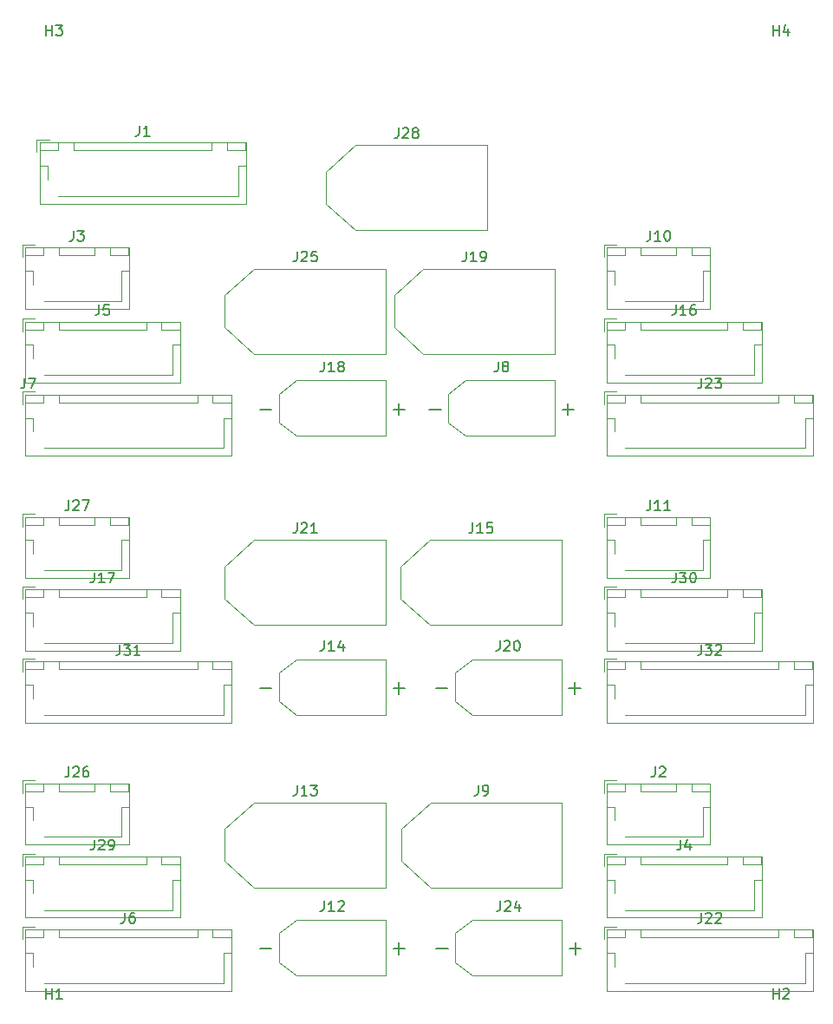
<source format=gbr>
%TF.GenerationSoftware,KiCad,Pcbnew,(5.99.0-10650-gfdcc49d3ee)*%
%TF.CreationDate,2021-06-18T14:28:24+02:00*%
%TF.ProjectId,lipo_parallel_board,6c69706f-5f70-4617-9261-6c6c656c5f62,rev?*%
%TF.SameCoordinates,Original*%
%TF.FileFunction,Legend,Top*%
%TF.FilePolarity,Positive*%
%FSLAX46Y46*%
G04 Gerber Fmt 4.6, Leading zero omitted, Abs format (unit mm)*
G04 Created by KiCad (PCBNEW (5.99.0-10650-gfdcc49d3ee)) date 2021-06-18 14:28:24*
%MOMM*%
%LPD*%
G01*
G04 APERTURE LIST*
%ADD10C,0.150000*%
%ADD11C,0.120000*%
G04 APERTURE END LIST*
D10*
%TO.C,J2*%
X156718666Y-112602380D02*
X156718666Y-113316666D01*
X156671047Y-113459523D01*
X156575809Y-113554761D01*
X156432952Y-113602380D01*
X156337714Y-113602380D01*
X157147238Y-112697619D02*
X157194857Y-112650000D01*
X157290095Y-112602380D01*
X157528190Y-112602380D01*
X157623428Y-112650000D01*
X157671047Y-112697619D01*
X157718666Y-112792857D01*
X157718666Y-112888095D01*
X157671047Y-113030952D01*
X157099619Y-113602380D01*
X157718666Y-113602380D01*
%TO.C,J3*%
X99916666Y-60299780D02*
X99916666Y-61014066D01*
X99869047Y-61156923D01*
X99773809Y-61252161D01*
X99630952Y-61299780D01*
X99535714Y-61299780D01*
X100297619Y-60299780D02*
X100916666Y-60299780D01*
X100583333Y-60680733D01*
X100726190Y-60680733D01*
X100821428Y-60728352D01*
X100869047Y-60775971D01*
X100916666Y-60871209D01*
X100916666Y-61109304D01*
X100869047Y-61204542D01*
X100821428Y-61252161D01*
X100726190Y-61299780D01*
X100440476Y-61299780D01*
X100345238Y-61252161D01*
X100297619Y-61204542D01*
%TO.C,J15*%
X138896876Y-88802380D02*
X138896876Y-89516666D01*
X138849257Y-89659523D01*
X138754019Y-89754761D01*
X138611161Y-89802380D01*
X138515923Y-89802380D01*
X139896876Y-89802380D02*
X139325447Y-89802380D01*
X139611161Y-89802380D02*
X139611161Y-88802380D01*
X139515923Y-88945238D01*
X139420685Y-89040476D01*
X139325447Y-89088095D01*
X140801638Y-88802380D02*
X140325447Y-88802380D01*
X140277828Y-89278571D01*
X140325447Y-89230952D01*
X140420685Y-89183333D01*
X140658780Y-89183333D01*
X140754019Y-89230952D01*
X140801638Y-89278571D01*
X140849257Y-89373809D01*
X140849257Y-89611904D01*
X140801638Y-89707142D01*
X140754019Y-89754761D01*
X140658780Y-89802380D01*
X140420685Y-89802380D01*
X140325447Y-89754761D01*
X140277828Y-89707142D01*
%TO.C,J25*%
X121740476Y-62327380D02*
X121740476Y-63041666D01*
X121692857Y-63184523D01*
X121597619Y-63279761D01*
X121454761Y-63327380D01*
X121359523Y-63327380D01*
X122169047Y-62422619D02*
X122216666Y-62375000D01*
X122311904Y-62327380D01*
X122550000Y-62327380D01*
X122645238Y-62375000D01*
X122692857Y-62422619D01*
X122740476Y-62517857D01*
X122740476Y-62613095D01*
X122692857Y-62755952D01*
X122121428Y-63327380D01*
X122740476Y-63327380D01*
X123645238Y-62327380D02*
X123169047Y-62327380D01*
X123121428Y-62803571D01*
X123169047Y-62755952D01*
X123264285Y-62708333D01*
X123502380Y-62708333D01*
X123597619Y-62755952D01*
X123645238Y-62803571D01*
X123692857Y-62898809D01*
X123692857Y-63136904D01*
X123645238Y-63232142D01*
X123597619Y-63279761D01*
X123502380Y-63327380D01*
X123264285Y-63327380D01*
X123169047Y-63279761D01*
X123121428Y-63232142D01*
%TO.C,J30*%
X158742476Y-93652380D02*
X158742476Y-94366666D01*
X158694857Y-94509523D01*
X158599619Y-94604761D01*
X158456761Y-94652380D01*
X158361523Y-94652380D01*
X159123428Y-93652380D02*
X159742476Y-93652380D01*
X159409142Y-94033333D01*
X159552000Y-94033333D01*
X159647238Y-94080952D01*
X159694857Y-94128571D01*
X159742476Y-94223809D01*
X159742476Y-94461904D01*
X159694857Y-94557142D01*
X159647238Y-94604761D01*
X159552000Y-94652380D01*
X159266285Y-94652380D01*
X159171047Y-94604761D01*
X159123428Y-94557142D01*
X160361523Y-93652380D02*
X160456761Y-93652380D01*
X160552000Y-93700000D01*
X160599619Y-93747619D01*
X160647238Y-93842857D01*
X160694857Y-94033333D01*
X160694857Y-94271428D01*
X160647238Y-94461904D01*
X160599619Y-94557142D01*
X160552000Y-94604761D01*
X160456761Y-94652380D01*
X160361523Y-94652380D01*
X160266285Y-94604761D01*
X160218666Y-94557142D01*
X160171047Y-94461904D01*
X160123428Y-94271428D01*
X160123428Y-94033333D01*
X160171047Y-93842857D01*
X160218666Y-93747619D01*
X160266285Y-93700000D01*
X160361523Y-93652380D01*
%TO.C,J22*%
X161242476Y-126852380D02*
X161242476Y-127566666D01*
X161194857Y-127709523D01*
X161099619Y-127804761D01*
X160956761Y-127852380D01*
X160861523Y-127852380D01*
X161671047Y-126947619D02*
X161718666Y-126900000D01*
X161813904Y-126852380D01*
X162052000Y-126852380D01*
X162147238Y-126900000D01*
X162194857Y-126947619D01*
X162242476Y-127042857D01*
X162242476Y-127138095D01*
X162194857Y-127280952D01*
X161623428Y-127852380D01*
X162242476Y-127852380D01*
X162623428Y-126947619D02*
X162671047Y-126900000D01*
X162766285Y-126852380D01*
X163004380Y-126852380D01*
X163099619Y-126900000D01*
X163147238Y-126947619D01*
X163194857Y-127042857D01*
X163194857Y-127138095D01*
X163147238Y-127280952D01*
X162575809Y-127852380D01*
X163194857Y-127852380D01*
%TO.C,J31*%
X104440476Y-100702380D02*
X104440476Y-101416666D01*
X104392857Y-101559523D01*
X104297619Y-101654761D01*
X104154761Y-101702380D01*
X104059523Y-101702380D01*
X104821428Y-100702380D02*
X105440476Y-100702380D01*
X105107142Y-101083333D01*
X105250000Y-101083333D01*
X105345238Y-101130952D01*
X105392857Y-101178571D01*
X105440476Y-101273809D01*
X105440476Y-101511904D01*
X105392857Y-101607142D01*
X105345238Y-101654761D01*
X105250000Y-101702380D01*
X104964285Y-101702380D01*
X104869047Y-101654761D01*
X104821428Y-101607142D01*
X106392857Y-101702380D02*
X105821428Y-101702380D01*
X106107142Y-101702380D02*
X106107142Y-100702380D01*
X106011904Y-100845238D01*
X105916666Y-100940476D01*
X105821428Y-100988095D01*
%TO.C,J8*%
X141386466Y-73077380D02*
X141386466Y-73791666D01*
X141338847Y-73934523D01*
X141243609Y-74029761D01*
X141100752Y-74077380D01*
X141005514Y-74077380D01*
X142005514Y-73505952D02*
X141910276Y-73458333D01*
X141862657Y-73410714D01*
X141815038Y-73315476D01*
X141815038Y-73267857D01*
X141862657Y-73172619D01*
X141910276Y-73125000D01*
X142005514Y-73077380D01*
X142195990Y-73077380D01*
X142291228Y-73125000D01*
X142338847Y-73172619D01*
X142386466Y-73267857D01*
X142386466Y-73315476D01*
X142338847Y-73410714D01*
X142291228Y-73458333D01*
X142195990Y-73505952D01*
X142005514Y-73505952D01*
X141910276Y-73553571D01*
X141862657Y-73601190D01*
X141815038Y-73696428D01*
X141815038Y-73886904D01*
X141862657Y-73982142D01*
X141910276Y-74029761D01*
X142005514Y-74077380D01*
X142195990Y-74077380D01*
X142291228Y-74029761D01*
X142338847Y-73982142D01*
X142386466Y-73886904D01*
X142386466Y-73696428D01*
X142338847Y-73601190D01*
X142291228Y-73553571D01*
X142195990Y-73505952D01*
X134648371Y-77732142D02*
X135791228Y-77732142D01*
X147648371Y-77732142D02*
X148791228Y-77732142D01*
X148219800Y-78303571D02*
X148219800Y-77160714D01*
%TO.C,J26*%
X99440476Y-112602380D02*
X99440476Y-113316666D01*
X99392857Y-113459523D01*
X99297619Y-113554761D01*
X99154761Y-113602380D01*
X99059523Y-113602380D01*
X99869047Y-112697619D02*
X99916666Y-112650000D01*
X100011904Y-112602380D01*
X100250000Y-112602380D01*
X100345238Y-112650000D01*
X100392857Y-112697619D01*
X100440476Y-112792857D01*
X100440476Y-112888095D01*
X100392857Y-113030952D01*
X99821428Y-113602380D01*
X100440476Y-113602380D01*
X101297619Y-112602380D02*
X101107142Y-112602380D01*
X101011904Y-112650000D01*
X100964285Y-112697619D01*
X100869047Y-112840476D01*
X100821428Y-113030952D01*
X100821428Y-113411904D01*
X100869047Y-113507142D01*
X100916666Y-113554761D01*
X101011904Y-113602380D01*
X101202380Y-113602380D01*
X101297619Y-113554761D01*
X101345238Y-113507142D01*
X101392857Y-113411904D01*
X101392857Y-113173809D01*
X101345238Y-113078571D01*
X101297619Y-113030952D01*
X101202380Y-112983333D01*
X101011904Y-112983333D01*
X100916666Y-113030952D01*
X100869047Y-113078571D01*
X100821428Y-113173809D01*
%TO.C,H1*%
X97238095Y-135252380D02*
X97238095Y-134252380D01*
X97238095Y-134728571D02*
X97809523Y-134728571D01*
X97809523Y-135252380D02*
X97809523Y-134252380D01*
X98809523Y-135252380D02*
X98238095Y-135252380D01*
X98523809Y-135252380D02*
X98523809Y-134252380D01*
X98428571Y-134395238D01*
X98333333Y-134490476D01*
X98238095Y-134538095D01*
%TO.C,J9*%
X139437466Y-114402380D02*
X139437466Y-115116666D01*
X139389847Y-115259523D01*
X139294609Y-115354761D01*
X139151752Y-115402380D01*
X139056514Y-115402380D01*
X139961276Y-115402380D02*
X140151752Y-115402380D01*
X140246990Y-115354761D01*
X140294609Y-115307142D01*
X140389847Y-115164285D01*
X140437466Y-114973809D01*
X140437466Y-114592857D01*
X140389847Y-114497619D01*
X140342228Y-114450000D01*
X140246990Y-114402380D01*
X140056514Y-114402380D01*
X139961276Y-114450000D01*
X139913657Y-114497619D01*
X139866038Y-114592857D01*
X139866038Y-114830952D01*
X139913657Y-114926190D01*
X139961276Y-114973809D01*
X140056514Y-115021428D01*
X140246990Y-115021428D01*
X140342228Y-114973809D01*
X140389847Y-114926190D01*
X140437466Y-114830952D01*
%TO.C,H2*%
X168238095Y-135252380D02*
X168238095Y-134252380D01*
X168238095Y-134728571D02*
X168809523Y-134728571D01*
X168809523Y-135252380D02*
X168809523Y-134252380D01*
X169238095Y-134347619D02*
X169285714Y-134300000D01*
X169380952Y-134252380D01*
X169619047Y-134252380D01*
X169714285Y-134300000D01*
X169761904Y-134347619D01*
X169809523Y-134442857D01*
X169809523Y-134538095D01*
X169761904Y-134680952D01*
X169190476Y-135252380D01*
X169809523Y-135252380D01*
%TO.C,J28*%
X131640476Y-50277380D02*
X131640476Y-50991666D01*
X131592857Y-51134523D01*
X131497619Y-51229761D01*
X131354761Y-51277380D01*
X131259523Y-51277380D01*
X132069047Y-50372619D02*
X132116666Y-50325000D01*
X132211904Y-50277380D01*
X132450000Y-50277380D01*
X132545238Y-50325000D01*
X132592857Y-50372619D01*
X132640476Y-50467857D01*
X132640476Y-50563095D01*
X132592857Y-50705952D01*
X132021428Y-51277380D01*
X132640476Y-51277380D01*
X133211904Y-50705952D02*
X133116666Y-50658333D01*
X133069047Y-50610714D01*
X133021428Y-50515476D01*
X133021428Y-50467857D01*
X133069047Y-50372619D01*
X133116666Y-50325000D01*
X133211904Y-50277380D01*
X133402380Y-50277380D01*
X133497619Y-50325000D01*
X133545238Y-50372619D01*
X133592857Y-50467857D01*
X133592857Y-50515476D01*
X133545238Y-50610714D01*
X133497619Y-50658333D01*
X133402380Y-50705952D01*
X133211904Y-50705952D01*
X133116666Y-50753571D01*
X133069047Y-50801190D01*
X133021428Y-50896428D01*
X133021428Y-51086904D01*
X133069047Y-51182142D01*
X133116666Y-51229761D01*
X133211904Y-51277380D01*
X133402380Y-51277380D01*
X133497619Y-51229761D01*
X133545238Y-51182142D01*
X133592857Y-51086904D01*
X133592857Y-50896428D01*
X133545238Y-50801190D01*
X133497619Y-50753571D01*
X133402380Y-50705952D01*
%TO.C,J19*%
X138260276Y-62327380D02*
X138260276Y-63041666D01*
X138212657Y-63184523D01*
X138117419Y-63279761D01*
X137974561Y-63327380D01*
X137879323Y-63327380D01*
X139260276Y-63327380D02*
X138688847Y-63327380D01*
X138974561Y-63327380D02*
X138974561Y-62327380D01*
X138879323Y-62470238D01*
X138784085Y-62565476D01*
X138688847Y-62613095D01*
X139736466Y-63327380D02*
X139926942Y-63327380D01*
X140022180Y-63279761D01*
X140069800Y-63232142D01*
X140165038Y-63089285D01*
X140212657Y-62898809D01*
X140212657Y-62517857D01*
X140165038Y-62422619D01*
X140117419Y-62375000D01*
X140022180Y-62327380D01*
X139831704Y-62327380D01*
X139736466Y-62375000D01*
X139688847Y-62422619D01*
X139641228Y-62517857D01*
X139641228Y-62755952D01*
X139688847Y-62851190D01*
X139736466Y-62898809D01*
X139831704Y-62946428D01*
X140022180Y-62946428D01*
X140117419Y-62898809D01*
X140165038Y-62851190D01*
X140212657Y-62755952D01*
%TO.C,J27*%
X99440476Y-86602380D02*
X99440476Y-87316666D01*
X99392857Y-87459523D01*
X99297619Y-87554761D01*
X99154761Y-87602380D01*
X99059523Y-87602380D01*
X99869047Y-86697619D02*
X99916666Y-86650000D01*
X100011904Y-86602380D01*
X100250000Y-86602380D01*
X100345238Y-86650000D01*
X100392857Y-86697619D01*
X100440476Y-86792857D01*
X100440476Y-86888095D01*
X100392857Y-87030952D01*
X99821428Y-87602380D01*
X100440476Y-87602380D01*
X100773809Y-86602380D02*
X101440476Y-86602380D01*
X101011904Y-87602380D01*
%TO.C,J18*%
X124390476Y-73077380D02*
X124390476Y-73791666D01*
X124342857Y-73934523D01*
X124247619Y-74029761D01*
X124104761Y-74077380D01*
X124009523Y-74077380D01*
X125390476Y-74077380D02*
X124819047Y-74077380D01*
X125104761Y-74077380D02*
X125104761Y-73077380D01*
X125009523Y-73220238D01*
X124914285Y-73315476D01*
X124819047Y-73363095D01*
X125961904Y-73505952D02*
X125866666Y-73458333D01*
X125819047Y-73410714D01*
X125771428Y-73315476D01*
X125771428Y-73267857D01*
X125819047Y-73172619D01*
X125866666Y-73125000D01*
X125961904Y-73077380D01*
X126152380Y-73077380D01*
X126247619Y-73125000D01*
X126295238Y-73172619D01*
X126342857Y-73267857D01*
X126342857Y-73315476D01*
X126295238Y-73410714D01*
X126247619Y-73458333D01*
X126152380Y-73505952D01*
X125961904Y-73505952D01*
X125866666Y-73553571D01*
X125819047Y-73601190D01*
X125771428Y-73696428D01*
X125771428Y-73886904D01*
X125819047Y-73982142D01*
X125866666Y-74029761D01*
X125961904Y-74077380D01*
X126152380Y-74077380D01*
X126247619Y-74029761D01*
X126295238Y-73982142D01*
X126342857Y-73886904D01*
X126342857Y-73696428D01*
X126295238Y-73601190D01*
X126247619Y-73553571D01*
X126152380Y-73505952D01*
X131128571Y-77732142D02*
X132271428Y-77732142D01*
X131700000Y-78303571D02*
X131700000Y-77160714D01*
X118128571Y-77732142D02*
X119271428Y-77732142D01*
%TO.C,J23*%
X161242476Y-74676180D02*
X161242476Y-75390466D01*
X161194857Y-75533323D01*
X161099619Y-75628561D01*
X160956761Y-75676180D01*
X160861523Y-75676180D01*
X161671047Y-74771419D02*
X161718666Y-74723800D01*
X161813904Y-74676180D01*
X162052000Y-74676180D01*
X162147238Y-74723800D01*
X162194857Y-74771419D01*
X162242476Y-74866657D01*
X162242476Y-74961895D01*
X162194857Y-75104752D01*
X161623428Y-75676180D01*
X162242476Y-75676180D01*
X162575809Y-74676180D02*
X163194857Y-74676180D01*
X162861523Y-75057133D01*
X163004380Y-75057133D01*
X163099619Y-75104752D01*
X163147238Y-75152371D01*
X163194857Y-75247609D01*
X163194857Y-75485704D01*
X163147238Y-75580942D01*
X163099619Y-75628561D01*
X163004380Y-75676180D01*
X162718666Y-75676180D01*
X162623428Y-75628561D01*
X162575809Y-75580942D01*
%TO.C,J16*%
X158742476Y-67538780D02*
X158742476Y-68253066D01*
X158694857Y-68395923D01*
X158599619Y-68491161D01*
X158456761Y-68538780D01*
X158361523Y-68538780D01*
X159742476Y-68538780D02*
X159171047Y-68538780D01*
X159456761Y-68538780D02*
X159456761Y-67538780D01*
X159361523Y-67681638D01*
X159266285Y-67776876D01*
X159171047Y-67824495D01*
X160599619Y-67538780D02*
X160409142Y-67538780D01*
X160313904Y-67586400D01*
X160266285Y-67634019D01*
X160171047Y-67776876D01*
X160123428Y-67967352D01*
X160123428Y-68348304D01*
X160171047Y-68443542D01*
X160218666Y-68491161D01*
X160313904Y-68538780D01*
X160504380Y-68538780D01*
X160599619Y-68491161D01*
X160647238Y-68443542D01*
X160694857Y-68348304D01*
X160694857Y-68110209D01*
X160647238Y-68014971D01*
X160599619Y-67967352D01*
X160504380Y-67919733D01*
X160313904Y-67919733D01*
X160218666Y-67967352D01*
X160171047Y-68014971D01*
X160123428Y-68110209D01*
%TO.C,H3*%
X97238095Y-41252380D02*
X97238095Y-40252380D01*
X97238095Y-40728571D02*
X97809523Y-40728571D01*
X97809523Y-41252380D02*
X97809523Y-40252380D01*
X98190476Y-40252380D02*
X98809523Y-40252380D01*
X98476190Y-40633333D01*
X98619047Y-40633333D01*
X98714285Y-40680952D01*
X98761904Y-40728571D01*
X98809523Y-40823809D01*
X98809523Y-41061904D01*
X98761904Y-41157142D01*
X98714285Y-41204761D01*
X98619047Y-41252380D01*
X98333333Y-41252380D01*
X98238095Y-41204761D01*
X98190476Y-41157142D01*
%TO.C,J4*%
X159218666Y-119727380D02*
X159218666Y-120441666D01*
X159171047Y-120584523D01*
X159075809Y-120679761D01*
X158932952Y-120727380D01*
X158837714Y-120727380D01*
X160123428Y-120060714D02*
X160123428Y-120727380D01*
X159885333Y-119679761D02*
X159647238Y-120394047D01*
X160266285Y-120394047D01*
%TO.C,J32*%
X161242476Y-100702380D02*
X161242476Y-101416666D01*
X161194857Y-101559523D01*
X161099619Y-101654761D01*
X160956761Y-101702380D01*
X160861523Y-101702380D01*
X161623428Y-100702380D02*
X162242476Y-100702380D01*
X161909142Y-101083333D01*
X162052000Y-101083333D01*
X162147238Y-101130952D01*
X162194857Y-101178571D01*
X162242476Y-101273809D01*
X162242476Y-101511904D01*
X162194857Y-101607142D01*
X162147238Y-101654761D01*
X162052000Y-101702380D01*
X161766285Y-101702380D01*
X161671047Y-101654761D01*
X161623428Y-101607142D01*
X162623428Y-100797619D02*
X162671047Y-100750000D01*
X162766285Y-100702380D01*
X163004380Y-100702380D01*
X163099619Y-100750000D01*
X163147238Y-100797619D01*
X163194857Y-100892857D01*
X163194857Y-100988095D01*
X163147238Y-101130952D01*
X162575809Y-101702380D01*
X163194857Y-101702380D01*
%TO.C,J21*%
X121740476Y-88802380D02*
X121740476Y-89516666D01*
X121692857Y-89659523D01*
X121597619Y-89754761D01*
X121454761Y-89802380D01*
X121359523Y-89802380D01*
X122169047Y-88897619D02*
X122216666Y-88850000D01*
X122311904Y-88802380D01*
X122550000Y-88802380D01*
X122645238Y-88850000D01*
X122692857Y-88897619D01*
X122740476Y-88992857D01*
X122740476Y-89088095D01*
X122692857Y-89230952D01*
X122121428Y-89802380D01*
X122740476Y-89802380D01*
X123692857Y-89802380D02*
X123121428Y-89802380D01*
X123407142Y-89802380D02*
X123407142Y-88802380D01*
X123311904Y-88945238D01*
X123216666Y-89040476D01*
X123121428Y-89088095D01*
%TO.C,H4*%
X168238095Y-41252380D02*
X168238095Y-40252380D01*
X168238095Y-40728571D02*
X168809523Y-40728571D01*
X168809523Y-41252380D02*
X168809523Y-40252380D01*
X169714285Y-40585714D02*
X169714285Y-41252380D01*
X169476190Y-40204761D02*
X169238095Y-40919047D01*
X169857142Y-40919047D01*
%TO.C,J1*%
X106341666Y-50052380D02*
X106341666Y-50766666D01*
X106294047Y-50909523D01*
X106198809Y-51004761D01*
X106055952Y-51052380D01*
X105960714Y-51052380D01*
X107341666Y-51052380D02*
X106770238Y-51052380D01*
X107055952Y-51052380D02*
X107055952Y-50052380D01*
X106960714Y-50195238D01*
X106865476Y-50290476D01*
X106770238Y-50338095D01*
%TO.C,J13*%
X121740476Y-114402380D02*
X121740476Y-115116666D01*
X121692857Y-115259523D01*
X121597619Y-115354761D01*
X121454761Y-115402380D01*
X121359523Y-115402380D01*
X122740476Y-115402380D02*
X122169047Y-115402380D01*
X122454761Y-115402380D02*
X122454761Y-114402380D01*
X122359523Y-114545238D01*
X122264285Y-114640476D01*
X122169047Y-114688095D01*
X123073809Y-114402380D02*
X123692857Y-114402380D01*
X123359523Y-114783333D01*
X123502380Y-114783333D01*
X123597619Y-114830952D01*
X123645238Y-114878571D01*
X123692857Y-114973809D01*
X123692857Y-115211904D01*
X123645238Y-115307142D01*
X123597619Y-115354761D01*
X123502380Y-115402380D01*
X123216666Y-115402380D01*
X123121428Y-115354761D01*
X123073809Y-115307142D01*
%TO.C,J20*%
X141546876Y-100295980D02*
X141546876Y-101010266D01*
X141499257Y-101153123D01*
X141404019Y-101248361D01*
X141261161Y-101295980D01*
X141165923Y-101295980D01*
X141975447Y-100391219D02*
X142023066Y-100343600D01*
X142118304Y-100295980D01*
X142356400Y-100295980D01*
X142451638Y-100343600D01*
X142499257Y-100391219D01*
X142546876Y-100486457D01*
X142546876Y-100581695D01*
X142499257Y-100724552D01*
X141927828Y-101295980D01*
X142546876Y-101295980D01*
X143165923Y-100295980D02*
X143261161Y-100295980D01*
X143356400Y-100343600D01*
X143404019Y-100391219D01*
X143451638Y-100486457D01*
X143499257Y-100676933D01*
X143499257Y-100915028D01*
X143451638Y-101105504D01*
X143404019Y-101200742D01*
X143356400Y-101248361D01*
X143261161Y-101295980D01*
X143165923Y-101295980D01*
X143070685Y-101248361D01*
X143023066Y-101200742D01*
X142975447Y-101105504D01*
X142927828Y-100915028D01*
X142927828Y-100676933D01*
X142975447Y-100486457D01*
X143023066Y-100391219D01*
X143070685Y-100343600D01*
X143165923Y-100295980D01*
X148284971Y-104950742D02*
X149427828Y-104950742D01*
X148856400Y-105522171D02*
X148856400Y-104379314D01*
X135284971Y-104950742D02*
X136427828Y-104950742D01*
%TO.C,J12*%
X124390476Y-125702380D02*
X124390476Y-126416666D01*
X124342857Y-126559523D01*
X124247619Y-126654761D01*
X124104761Y-126702380D01*
X124009523Y-126702380D01*
X125390476Y-126702380D02*
X124819047Y-126702380D01*
X125104761Y-126702380D02*
X125104761Y-125702380D01*
X125009523Y-125845238D01*
X124914285Y-125940476D01*
X124819047Y-125988095D01*
X125771428Y-125797619D02*
X125819047Y-125750000D01*
X125914285Y-125702380D01*
X126152380Y-125702380D01*
X126247619Y-125750000D01*
X126295238Y-125797619D01*
X126342857Y-125892857D01*
X126342857Y-125988095D01*
X126295238Y-126130952D01*
X125723809Y-126702380D01*
X126342857Y-126702380D01*
X118128571Y-130357142D02*
X119271428Y-130357142D01*
X131128571Y-130357142D02*
X132271428Y-130357142D01*
X131700000Y-130928571D02*
X131700000Y-129785714D01*
%TO.C,J29*%
X101940476Y-119727380D02*
X101940476Y-120441666D01*
X101892857Y-120584523D01*
X101797619Y-120679761D01*
X101654761Y-120727380D01*
X101559523Y-120727380D01*
X102369047Y-119822619D02*
X102416666Y-119775000D01*
X102511904Y-119727380D01*
X102750000Y-119727380D01*
X102845238Y-119775000D01*
X102892857Y-119822619D01*
X102940476Y-119917857D01*
X102940476Y-120013095D01*
X102892857Y-120155952D01*
X102321428Y-120727380D01*
X102940476Y-120727380D01*
X103416666Y-120727380D02*
X103607142Y-120727380D01*
X103702380Y-120679761D01*
X103750000Y-120632142D01*
X103845238Y-120489285D01*
X103892857Y-120298809D01*
X103892857Y-119917857D01*
X103845238Y-119822619D01*
X103797619Y-119775000D01*
X103702380Y-119727380D01*
X103511904Y-119727380D01*
X103416666Y-119775000D01*
X103369047Y-119822619D01*
X103321428Y-119917857D01*
X103321428Y-120155952D01*
X103369047Y-120251190D01*
X103416666Y-120298809D01*
X103511904Y-120346428D01*
X103702380Y-120346428D01*
X103797619Y-120298809D01*
X103845238Y-120251190D01*
X103892857Y-120155952D01*
%TO.C,J14*%
X124390476Y-100295980D02*
X124390476Y-101010266D01*
X124342857Y-101153123D01*
X124247619Y-101248361D01*
X124104761Y-101295980D01*
X124009523Y-101295980D01*
X125390476Y-101295980D02*
X124819047Y-101295980D01*
X125104761Y-101295980D02*
X125104761Y-100295980D01*
X125009523Y-100438838D01*
X124914285Y-100534076D01*
X124819047Y-100581695D01*
X126247619Y-100629314D02*
X126247619Y-101295980D01*
X126009523Y-100248361D02*
X125771428Y-100962647D01*
X126390476Y-100962647D01*
X131128571Y-104950742D02*
X132271428Y-104950742D01*
X131700000Y-105522171D02*
X131700000Y-104379314D01*
X118128571Y-104950742D02*
X119271428Y-104950742D01*
%TO.C,J17*%
X101940476Y-93652380D02*
X101940476Y-94366666D01*
X101892857Y-94509523D01*
X101797619Y-94604761D01*
X101654761Y-94652380D01*
X101559523Y-94652380D01*
X102940476Y-94652380D02*
X102369047Y-94652380D01*
X102654761Y-94652380D02*
X102654761Y-93652380D01*
X102559523Y-93795238D01*
X102464285Y-93890476D01*
X102369047Y-93938095D01*
X103273809Y-93652380D02*
X103940476Y-93652380D01*
X103511904Y-94652380D01*
%TO.C,J6*%
X104916666Y-126852380D02*
X104916666Y-127566666D01*
X104869047Y-127709523D01*
X104773809Y-127804761D01*
X104630952Y-127852380D01*
X104535714Y-127852380D01*
X105821428Y-126852380D02*
X105630952Y-126852380D01*
X105535714Y-126900000D01*
X105488095Y-126947619D01*
X105392857Y-127090476D01*
X105345238Y-127280952D01*
X105345238Y-127661904D01*
X105392857Y-127757142D01*
X105440476Y-127804761D01*
X105535714Y-127852380D01*
X105726190Y-127852380D01*
X105821428Y-127804761D01*
X105869047Y-127757142D01*
X105916666Y-127661904D01*
X105916666Y-127423809D01*
X105869047Y-127328571D01*
X105821428Y-127280952D01*
X105726190Y-127233333D01*
X105535714Y-127233333D01*
X105440476Y-127280952D01*
X105392857Y-127328571D01*
X105345238Y-127423809D01*
%TO.C,J7*%
X95123809Y-74676180D02*
X95123809Y-75390466D01*
X95076190Y-75533323D01*
X94980952Y-75628561D01*
X94838095Y-75676180D01*
X94742857Y-75676180D01*
X95504762Y-74676180D02*
X96171428Y-74676180D01*
X95742857Y-75676180D01*
%TO.C,J5*%
X102416666Y-67538780D02*
X102416666Y-68253066D01*
X102369047Y-68395923D01*
X102273809Y-68491161D01*
X102130952Y-68538780D01*
X102035714Y-68538780D01*
X103369047Y-67538780D02*
X102892857Y-67538780D01*
X102845238Y-68014971D01*
X102892857Y-67967352D01*
X102988095Y-67919733D01*
X103226190Y-67919733D01*
X103321428Y-67967352D01*
X103369047Y-68014971D01*
X103416666Y-68110209D01*
X103416666Y-68348304D01*
X103369047Y-68443542D01*
X103321428Y-68491161D01*
X103226190Y-68538780D01*
X102988095Y-68538780D01*
X102892857Y-68491161D01*
X102845238Y-68443542D01*
%TO.C,J24*%
X141611276Y-125702380D02*
X141611276Y-126416666D01*
X141563657Y-126559523D01*
X141468419Y-126654761D01*
X141325561Y-126702380D01*
X141230323Y-126702380D01*
X142039847Y-125797619D02*
X142087466Y-125750000D01*
X142182704Y-125702380D01*
X142420800Y-125702380D01*
X142516038Y-125750000D01*
X142563657Y-125797619D01*
X142611276Y-125892857D01*
X142611276Y-125988095D01*
X142563657Y-126130952D01*
X141992228Y-126702380D01*
X142611276Y-126702380D01*
X143468419Y-126035714D02*
X143468419Y-126702380D01*
X143230323Y-125654761D02*
X142992228Y-126369047D01*
X143611276Y-126369047D01*
X135349371Y-130357142D02*
X136492228Y-130357142D01*
X148349371Y-130357142D02*
X149492228Y-130357142D01*
X148920800Y-130928571D02*
X148920800Y-129785714D01*
%TO.C,J10*%
X156242476Y-60299780D02*
X156242476Y-61014066D01*
X156194857Y-61156923D01*
X156099619Y-61252161D01*
X155956761Y-61299780D01*
X155861523Y-61299780D01*
X157242476Y-61299780D02*
X156671047Y-61299780D01*
X156956761Y-61299780D02*
X156956761Y-60299780D01*
X156861523Y-60442638D01*
X156766285Y-60537876D01*
X156671047Y-60585495D01*
X157861523Y-60299780D02*
X157956761Y-60299780D01*
X158052000Y-60347400D01*
X158099619Y-60395019D01*
X158147238Y-60490257D01*
X158194857Y-60680733D01*
X158194857Y-60918828D01*
X158147238Y-61109304D01*
X158099619Y-61204542D01*
X158052000Y-61252161D01*
X157956761Y-61299780D01*
X157861523Y-61299780D01*
X157766285Y-61252161D01*
X157718666Y-61204542D01*
X157671047Y-61109304D01*
X157623428Y-60918828D01*
X157623428Y-60680733D01*
X157671047Y-60490257D01*
X157718666Y-60395019D01*
X157766285Y-60347400D01*
X157861523Y-60299780D01*
%TO.C,J11*%
X156242476Y-86602380D02*
X156242476Y-87316666D01*
X156194857Y-87459523D01*
X156099619Y-87554761D01*
X155956761Y-87602380D01*
X155861523Y-87602380D01*
X157242476Y-87602380D02*
X156671047Y-87602380D01*
X156956761Y-87602380D02*
X156956761Y-86602380D01*
X156861523Y-86745238D01*
X156766285Y-86840476D01*
X156671047Y-86888095D01*
X158194857Y-87602380D02*
X157623428Y-87602380D01*
X157909142Y-87602380D02*
X157909142Y-86602380D01*
X157813904Y-86745238D01*
X157718666Y-86840476D01*
X157623428Y-86888095D01*
D11*
%TO.C,J2*%
X155302000Y-114250000D02*
X155302000Y-115000000D01*
X151992000Y-114240000D02*
X151992000Y-120210000D01*
X152002000Y-115000000D02*
X153802000Y-115000000D01*
X152952000Y-113950000D02*
X151702000Y-113950000D01*
X155302000Y-115000000D02*
X158802000Y-115000000D01*
X162102000Y-116500000D02*
X161352000Y-116500000D01*
X152002000Y-114250000D02*
X152002000Y-115000000D01*
X161352000Y-119450000D02*
X157052000Y-119450000D01*
X162112000Y-120210000D02*
X162112000Y-114240000D01*
X152752000Y-116500000D02*
X152752000Y-117840000D01*
X162102000Y-114250000D02*
X160302000Y-114250000D01*
X162112000Y-114240000D02*
X151992000Y-114240000D01*
X160302000Y-115000000D02*
X162102000Y-115000000D01*
X153802000Y-114250000D02*
X152002000Y-114250000D01*
X157052000Y-119450000D02*
X153812000Y-119450000D01*
X161352000Y-116500000D02*
X161352000Y-119450000D01*
X151702000Y-113950000D02*
X151702000Y-115200000D01*
X160302000Y-114250000D02*
X160302000Y-115000000D01*
X158802000Y-115000000D02*
X158802000Y-114250000D01*
X152002000Y-116500000D02*
X152752000Y-116500000D01*
X158802000Y-114250000D02*
X155302000Y-114250000D01*
X153802000Y-115000000D02*
X153802000Y-114250000D01*
X162102000Y-115000000D02*
X162102000Y-114250000D01*
X151992000Y-120210000D02*
X162112000Y-120210000D01*
%TO.C,J3*%
X96150000Y-61647400D02*
X94900000Y-61647400D01*
X95950000Y-64197400D02*
X95950000Y-65537400D01*
X95200000Y-61947400D02*
X95200000Y-62697400D01*
X105300000Y-64197400D02*
X104550000Y-64197400D01*
X97000000Y-61947400D02*
X95200000Y-61947400D01*
X105300000Y-61947400D02*
X103500000Y-61947400D01*
X95200000Y-64197400D02*
X95950000Y-64197400D01*
X104550000Y-67147400D02*
X100250000Y-67147400D01*
X102000000Y-61947400D02*
X98500000Y-61947400D01*
X105310000Y-61937400D02*
X95190000Y-61937400D01*
X95190000Y-61937400D02*
X95190000Y-67907400D01*
X94900000Y-61647400D02*
X94900000Y-62897400D01*
X105310000Y-67907400D02*
X105310000Y-61937400D01*
X102000000Y-62697400D02*
X102000000Y-61947400D01*
X103500000Y-61947400D02*
X103500000Y-62697400D01*
X95200000Y-62697400D02*
X97000000Y-62697400D01*
X100250000Y-67147400D02*
X97010000Y-67147400D01*
X97000000Y-62697400D02*
X97000000Y-61947400D01*
X95190000Y-67907400D02*
X105310000Y-67907400D01*
X103500000Y-62697400D02*
X105300000Y-62697400D01*
X104550000Y-64197400D02*
X104550000Y-67147400D01*
X98500000Y-62697400D02*
X102000000Y-62697400D01*
X98500000Y-61947400D02*
X98500000Y-62697400D01*
X105300000Y-62697400D02*
X105300000Y-61947400D01*
%TO.C,J15*%
X147556400Y-98800000D02*
X147556400Y-90500000D01*
X131856400Y-96200000D02*
X134706400Y-98800000D01*
X134706400Y-98800000D02*
X147556400Y-98800000D01*
X147556400Y-90500000D02*
X134706400Y-90500000D01*
X134706400Y-90500000D02*
X131856400Y-93050000D01*
X131856400Y-93050000D02*
X131856400Y-96200000D01*
%TO.C,J25*%
X130400000Y-72325000D02*
X130400000Y-64025000D01*
X130400000Y-64025000D02*
X117550000Y-64025000D01*
X114700000Y-66575000D02*
X114700000Y-69725000D01*
X114700000Y-69725000D02*
X117550000Y-72325000D01*
X117550000Y-64025000D02*
X114700000Y-66575000D01*
X117550000Y-72325000D02*
X130400000Y-72325000D01*
%TO.C,J30*%
X153802000Y-95300000D02*
X152002000Y-95300000D01*
X155302000Y-96050000D02*
X163802000Y-96050000D01*
X163802000Y-96050000D02*
X163802000Y-95300000D01*
X152002000Y-96050000D02*
X153802000Y-96050000D01*
X152752000Y-97550000D02*
X152752000Y-98890000D01*
X151992000Y-101260000D02*
X167112000Y-101260000D01*
X167102000Y-97550000D02*
X166352000Y-97550000D01*
X167102000Y-95300000D02*
X165302000Y-95300000D01*
X166352000Y-97550000D02*
X166352000Y-100500000D01*
X159552000Y-100500000D02*
X153812000Y-100500000D01*
X167112000Y-95290000D02*
X151992000Y-95290000D01*
X165302000Y-96050000D02*
X167102000Y-96050000D01*
X152952000Y-95000000D02*
X151702000Y-95000000D01*
X165302000Y-95300000D02*
X165302000Y-96050000D01*
X163802000Y-95300000D02*
X155302000Y-95300000D01*
X151992000Y-95290000D02*
X151992000Y-101260000D01*
X167112000Y-101260000D02*
X167112000Y-95290000D01*
X153802000Y-96050000D02*
X153802000Y-95300000D01*
X152002000Y-97550000D02*
X152752000Y-97550000D01*
X152002000Y-95300000D02*
X152002000Y-96050000D01*
X155302000Y-95300000D02*
X155302000Y-96050000D01*
X166352000Y-100500000D02*
X159552000Y-100500000D01*
X167102000Y-96050000D02*
X167102000Y-95300000D01*
X151702000Y-95000000D02*
X151702000Y-96250000D01*
%TO.C,J22*%
X172102000Y-130750000D02*
X171352000Y-130750000D01*
X170302000Y-128500000D02*
X170302000Y-129250000D01*
X171352000Y-133700000D02*
X162052000Y-133700000D01*
X171352000Y-130750000D02*
X171352000Y-133700000D01*
X172112000Y-128490000D02*
X151992000Y-128490000D01*
X151992000Y-134460000D02*
X172112000Y-134460000D01*
X152752000Y-130750000D02*
X152752000Y-132090000D01*
X172102000Y-128500000D02*
X170302000Y-128500000D01*
X152002000Y-129250000D02*
X153802000Y-129250000D01*
X151992000Y-128490000D02*
X151992000Y-134460000D01*
X168802000Y-129250000D02*
X168802000Y-128500000D01*
X152002000Y-130750000D02*
X152752000Y-130750000D01*
X162052000Y-133700000D02*
X153812000Y-133700000D01*
X152952000Y-128200000D02*
X151702000Y-128200000D01*
X168802000Y-128500000D02*
X155302000Y-128500000D01*
X153802000Y-129250000D02*
X153802000Y-128500000D01*
X172102000Y-129250000D02*
X172102000Y-128500000D01*
X152002000Y-128500000D02*
X152002000Y-129250000D01*
X155302000Y-129250000D02*
X168802000Y-129250000D01*
X153802000Y-128500000D02*
X152002000Y-128500000D01*
X172112000Y-134460000D02*
X172112000Y-128490000D01*
X170302000Y-129250000D02*
X172102000Y-129250000D01*
X155302000Y-128500000D02*
X155302000Y-129250000D01*
X151702000Y-128200000D02*
X151702000Y-129450000D01*
%TO.C,J31*%
X98500000Y-102350000D02*
X98500000Y-103100000D01*
X97000000Y-103100000D02*
X97000000Y-102350000D01*
X115300000Y-103100000D02*
X115300000Y-102350000D01*
X98500000Y-103100000D02*
X112000000Y-103100000D01*
X114550000Y-104600000D02*
X114550000Y-107550000D01*
X95950000Y-104600000D02*
X95950000Y-105940000D01*
X96150000Y-102050000D02*
X94900000Y-102050000D01*
X95190000Y-102340000D02*
X95190000Y-108310000D01*
X115310000Y-102340000D02*
X95190000Y-102340000D01*
X97000000Y-102350000D02*
X95200000Y-102350000D01*
X114550000Y-107550000D02*
X105250000Y-107550000D01*
X94900000Y-102050000D02*
X94900000Y-103300000D01*
X115300000Y-104600000D02*
X114550000Y-104600000D01*
X113500000Y-103100000D02*
X115300000Y-103100000D01*
X95190000Y-108310000D02*
X115310000Y-108310000D01*
X115300000Y-102350000D02*
X113500000Y-102350000D01*
X112000000Y-103100000D02*
X112000000Y-102350000D01*
X95200000Y-104600000D02*
X95950000Y-104600000D01*
X113500000Y-102350000D02*
X113500000Y-103100000D01*
X115310000Y-108310000D02*
X115310000Y-102340000D01*
X112000000Y-102350000D02*
X98500000Y-102350000D01*
X95200000Y-102350000D02*
X95200000Y-103100000D01*
X105250000Y-107550000D02*
X97010000Y-107550000D01*
X95200000Y-103100000D02*
X97000000Y-103100000D01*
%TO.C,J8*%
X136509800Y-79035000D02*
X138209800Y-80335000D01*
X138209800Y-74915000D02*
X146929800Y-74915000D01*
X138209800Y-80335000D02*
X146929800Y-80335000D01*
X146929800Y-74915000D02*
X146929800Y-80335000D01*
X136509800Y-76215000D02*
X138209800Y-74915000D01*
X136509800Y-76215000D02*
X136509800Y-79035000D01*
%TO.C,J26*%
X95950000Y-116500000D02*
X95950000Y-117840000D01*
X98500000Y-115000000D02*
X102000000Y-115000000D01*
X96150000Y-113950000D02*
X94900000Y-113950000D01*
X98500000Y-114250000D02*
X98500000Y-115000000D01*
X105310000Y-114240000D02*
X95190000Y-114240000D01*
X104550000Y-119450000D02*
X100250000Y-119450000D01*
X100250000Y-119450000D02*
X97010000Y-119450000D01*
X97000000Y-114250000D02*
X95200000Y-114250000D01*
X105300000Y-114250000D02*
X103500000Y-114250000D01*
X104550000Y-116500000D02*
X104550000Y-119450000D01*
X95200000Y-116500000D02*
X95950000Y-116500000D01*
X95190000Y-120210000D02*
X105310000Y-120210000D01*
X105300000Y-115000000D02*
X105300000Y-114250000D01*
X102000000Y-115000000D02*
X102000000Y-114250000D01*
X105310000Y-120210000D02*
X105310000Y-114240000D01*
X97000000Y-115000000D02*
X97000000Y-114250000D01*
X95190000Y-114240000D02*
X95190000Y-120210000D01*
X102000000Y-114250000D02*
X98500000Y-114250000D01*
X105300000Y-116500000D02*
X104550000Y-116500000D01*
X95200000Y-114250000D02*
X95200000Y-115000000D01*
X94900000Y-113950000D02*
X94900000Y-115200000D01*
X95200000Y-115000000D02*
X97000000Y-115000000D01*
X103500000Y-114250000D02*
X103500000Y-115000000D01*
X103500000Y-115000000D02*
X105300000Y-115000000D01*
%TO.C,J9*%
X147620800Y-116100000D02*
X134770800Y-116100000D01*
X134770800Y-116100000D02*
X131920800Y-118650000D01*
X134770800Y-124400000D02*
X147620800Y-124400000D01*
X131920800Y-118650000D02*
X131920800Y-121800000D01*
X131920800Y-121800000D02*
X134770800Y-124400000D01*
X147620800Y-124400000D02*
X147620800Y-116100000D01*
%TO.C,J28*%
X140300000Y-51975000D02*
X127450000Y-51975000D01*
X127450000Y-60275000D02*
X140300000Y-60275000D01*
X124600000Y-57675000D02*
X127450000Y-60275000D01*
X140300000Y-60275000D02*
X140300000Y-51975000D01*
X124600000Y-54525000D02*
X124600000Y-57675000D01*
X127450000Y-51975000D02*
X124600000Y-54525000D01*
%TO.C,J19*%
X146919800Y-64025000D02*
X134069800Y-64025000D01*
X131219800Y-66575000D02*
X131219800Y-69725000D01*
X134069800Y-72325000D02*
X146919800Y-72325000D01*
X134069800Y-64025000D02*
X131219800Y-66575000D01*
X146919800Y-72325000D02*
X146919800Y-64025000D01*
X131219800Y-69725000D02*
X134069800Y-72325000D01*
%TO.C,J27*%
X95200000Y-90500000D02*
X95950000Y-90500000D01*
X94900000Y-87950000D02*
X94900000Y-89200000D01*
X105300000Y-90500000D02*
X104550000Y-90500000D01*
X104550000Y-90500000D02*
X104550000Y-93450000D01*
X105300000Y-89000000D02*
X105300000Y-88250000D01*
X98500000Y-88250000D02*
X98500000Y-89000000D01*
X104550000Y-93450000D02*
X100250000Y-93450000D01*
X98500000Y-89000000D02*
X102000000Y-89000000D01*
X96150000Y-87950000D02*
X94900000Y-87950000D01*
X97000000Y-89000000D02*
X97000000Y-88250000D01*
X103500000Y-89000000D02*
X105300000Y-89000000D01*
X105310000Y-94210000D02*
X105310000Y-88240000D01*
X103500000Y-88250000D02*
X103500000Y-89000000D01*
X95950000Y-90500000D02*
X95950000Y-91840000D01*
X95190000Y-94210000D02*
X105310000Y-94210000D01*
X102000000Y-89000000D02*
X102000000Y-88250000D01*
X97000000Y-88250000D02*
X95200000Y-88250000D01*
X95200000Y-88250000D02*
X95200000Y-89000000D01*
X105310000Y-88240000D02*
X95190000Y-88240000D01*
X102000000Y-88250000D02*
X98500000Y-88250000D01*
X100250000Y-93450000D02*
X97010000Y-93450000D01*
X105300000Y-88250000D02*
X103500000Y-88250000D01*
X95190000Y-88240000D02*
X95190000Y-94210000D01*
X95200000Y-89000000D02*
X97000000Y-89000000D01*
%TO.C,J18*%
X121690000Y-80335000D02*
X130410000Y-80335000D01*
X119990000Y-76215000D02*
X119990000Y-79035000D01*
X119990000Y-76215000D02*
X121690000Y-74915000D01*
X119990000Y-79035000D02*
X121690000Y-80335000D01*
X121690000Y-74915000D02*
X130410000Y-74915000D01*
X130410000Y-74915000D02*
X130410000Y-80335000D01*
%TO.C,J23*%
X152002000Y-78573800D02*
X152752000Y-78573800D01*
X153802000Y-76323800D02*
X152002000Y-76323800D01*
X153802000Y-77073800D02*
X153802000Y-76323800D01*
X172102000Y-78573800D02*
X171352000Y-78573800D01*
X152752000Y-78573800D02*
X152752000Y-79913800D01*
X151992000Y-82283800D02*
X172112000Y-82283800D01*
X152002000Y-76323800D02*
X152002000Y-77073800D01*
X172112000Y-82283800D02*
X172112000Y-76313800D01*
X168802000Y-76323800D02*
X155302000Y-76323800D01*
X172102000Y-76323800D02*
X170302000Y-76323800D01*
X170302000Y-76323800D02*
X170302000Y-77073800D01*
X162052000Y-81523800D02*
X153812000Y-81523800D01*
X170302000Y-77073800D02*
X172102000Y-77073800D01*
X155302000Y-76323800D02*
X155302000Y-77073800D01*
X151702000Y-76023800D02*
X151702000Y-77273800D01*
X171352000Y-81523800D02*
X162052000Y-81523800D01*
X155302000Y-77073800D02*
X168802000Y-77073800D01*
X168802000Y-77073800D02*
X168802000Y-76323800D01*
X152002000Y-77073800D02*
X153802000Y-77073800D01*
X172112000Y-76313800D02*
X151992000Y-76313800D01*
X151992000Y-76313800D02*
X151992000Y-82283800D01*
X152952000Y-76023800D02*
X151702000Y-76023800D01*
X172102000Y-77073800D02*
X172102000Y-76323800D01*
X171352000Y-78573800D02*
X171352000Y-81523800D01*
%TO.C,J16*%
X151702000Y-68886400D02*
X151702000Y-70136400D01*
X163802000Y-69936400D02*
X163802000Y-69186400D01*
X165302000Y-69936400D02*
X167102000Y-69936400D01*
X163802000Y-69186400D02*
X155302000Y-69186400D01*
X152002000Y-69936400D02*
X153802000Y-69936400D01*
X152002000Y-69186400D02*
X152002000Y-69936400D01*
X155302000Y-69936400D02*
X163802000Y-69936400D01*
X151992000Y-69176400D02*
X151992000Y-75146400D01*
X151992000Y-75146400D02*
X167112000Y-75146400D01*
X159552000Y-74386400D02*
X153812000Y-74386400D01*
X152002000Y-71436400D02*
X152752000Y-71436400D01*
X152752000Y-71436400D02*
X152752000Y-72776400D01*
X153802000Y-69186400D02*
X152002000Y-69186400D01*
X167112000Y-69176400D02*
X151992000Y-69176400D01*
X166352000Y-71436400D02*
X166352000Y-74386400D01*
X167102000Y-69936400D02*
X167102000Y-69186400D01*
X167112000Y-75146400D02*
X167112000Y-69176400D01*
X167102000Y-71436400D02*
X166352000Y-71436400D01*
X152952000Y-68886400D02*
X151702000Y-68886400D01*
X153802000Y-69936400D02*
X153802000Y-69186400D01*
X166352000Y-74386400D02*
X159552000Y-74386400D01*
X155302000Y-69186400D02*
X155302000Y-69936400D01*
X165302000Y-69186400D02*
X165302000Y-69936400D01*
X167102000Y-69186400D02*
X165302000Y-69186400D01*
%TO.C,J4*%
X159552000Y-126575000D02*
X153812000Y-126575000D01*
X166352000Y-126575000D02*
X159552000Y-126575000D01*
X151992000Y-127335000D02*
X167112000Y-127335000D01*
X163802000Y-121375000D02*
X155302000Y-121375000D01*
X153802000Y-121375000D02*
X152002000Y-121375000D01*
X167102000Y-123625000D02*
X166352000Y-123625000D01*
X152002000Y-122125000D02*
X153802000Y-122125000D01*
X152002000Y-123625000D02*
X152752000Y-123625000D01*
X153802000Y-122125000D02*
X153802000Y-121375000D01*
X165302000Y-121375000D02*
X165302000Y-122125000D01*
X152752000Y-123625000D02*
X152752000Y-124965000D01*
X151992000Y-121365000D02*
X151992000Y-127335000D01*
X163802000Y-122125000D02*
X163802000Y-121375000D01*
X167102000Y-122125000D02*
X167102000Y-121375000D01*
X167112000Y-127335000D02*
X167112000Y-121365000D01*
X152952000Y-121075000D02*
X151702000Y-121075000D01*
X152002000Y-121375000D02*
X152002000Y-122125000D01*
X165302000Y-122125000D02*
X167102000Y-122125000D01*
X167112000Y-121365000D02*
X151992000Y-121365000D01*
X167102000Y-121375000D02*
X165302000Y-121375000D01*
X155302000Y-121375000D02*
X155302000Y-122125000D01*
X151702000Y-121075000D02*
X151702000Y-122325000D01*
X166352000Y-123625000D02*
X166352000Y-126575000D01*
X155302000Y-122125000D02*
X163802000Y-122125000D01*
%TO.C,J32*%
X172102000Y-104600000D02*
X171352000Y-104600000D01*
X171352000Y-104600000D02*
X171352000Y-107550000D01*
X171352000Y-107550000D02*
X162052000Y-107550000D01*
X152002000Y-102350000D02*
X152002000Y-103100000D01*
X151702000Y-102050000D02*
X151702000Y-103300000D01*
X168802000Y-103100000D02*
X168802000Y-102350000D01*
X153802000Y-102350000D02*
X152002000Y-102350000D01*
X151992000Y-108310000D02*
X172112000Y-108310000D01*
X155302000Y-103100000D02*
X168802000Y-103100000D01*
X172102000Y-103100000D02*
X172102000Y-102350000D01*
X170302000Y-102350000D02*
X170302000Y-103100000D01*
X152002000Y-103100000D02*
X153802000Y-103100000D01*
X155302000Y-102350000D02*
X155302000Y-103100000D01*
X162052000Y-107550000D02*
X153812000Y-107550000D01*
X152002000Y-104600000D02*
X152752000Y-104600000D01*
X168802000Y-102350000D02*
X155302000Y-102350000D01*
X172112000Y-102340000D02*
X151992000Y-102340000D01*
X172112000Y-108310000D02*
X172112000Y-102340000D01*
X152952000Y-102050000D02*
X151702000Y-102050000D01*
X151992000Y-102340000D02*
X151992000Y-108310000D01*
X170302000Y-103100000D02*
X172102000Y-103100000D01*
X152752000Y-104600000D02*
X152752000Y-105940000D01*
X153802000Y-103100000D02*
X153802000Y-102350000D01*
X172102000Y-102350000D02*
X170302000Y-102350000D01*
%TO.C,J21*%
X114700000Y-93050000D02*
X114700000Y-96200000D01*
X130400000Y-98800000D02*
X130400000Y-90500000D01*
X117550000Y-90500000D02*
X114700000Y-93050000D01*
X114700000Y-96200000D02*
X117550000Y-98800000D01*
X117550000Y-98800000D02*
X130400000Y-98800000D01*
X130400000Y-90500000D02*
X117550000Y-90500000D01*
%TO.C,J1*%
X114925000Y-52450000D02*
X116725000Y-52450000D01*
X97575000Y-51400000D02*
X96325000Y-51400000D01*
X98425000Y-52450000D02*
X98425000Y-51700000D01*
X96325000Y-51400000D02*
X96325000Y-52650000D01*
X116725000Y-53950000D02*
X115975000Y-53950000D01*
X116725000Y-51700000D02*
X114925000Y-51700000D01*
X99925000Y-52450000D02*
X113425000Y-52450000D01*
X99925000Y-51700000D02*
X99925000Y-52450000D01*
X96625000Y-51700000D02*
X96625000Y-52450000D01*
X114925000Y-51700000D02*
X114925000Y-52450000D01*
X97375000Y-53950000D02*
X97375000Y-55290000D01*
X96625000Y-52450000D02*
X98425000Y-52450000D01*
X96625000Y-53950000D02*
X97375000Y-53950000D01*
X113425000Y-52450000D02*
X113425000Y-51700000D01*
X106675000Y-56900000D02*
X98435000Y-56900000D01*
X116725000Y-52450000D02*
X116725000Y-51700000D01*
X113425000Y-51700000D02*
X99925000Y-51700000D01*
X116735000Y-51690000D02*
X96615000Y-51690000D01*
X115975000Y-56900000D02*
X106675000Y-56900000D01*
X115975000Y-53950000D02*
X115975000Y-56900000D01*
X96615000Y-51690000D02*
X96615000Y-57660000D01*
X98425000Y-51700000D02*
X96625000Y-51700000D01*
X96615000Y-57660000D02*
X116735000Y-57660000D01*
X116735000Y-57660000D02*
X116735000Y-51690000D01*
%TO.C,J13*%
X114700000Y-121800000D02*
X117550000Y-124400000D01*
X114700000Y-118650000D02*
X114700000Y-121800000D01*
X117550000Y-124400000D02*
X130400000Y-124400000D01*
X130400000Y-124400000D02*
X130400000Y-116100000D01*
X130400000Y-116100000D02*
X117550000Y-116100000D01*
X117550000Y-116100000D02*
X114700000Y-118650000D01*
%TO.C,J20*%
X137146400Y-106253600D02*
X138846400Y-107553600D01*
X138846400Y-102133600D02*
X147566400Y-102133600D01*
X137146400Y-103433600D02*
X137146400Y-106253600D01*
X147566400Y-102133600D02*
X147566400Y-107553600D01*
X138846400Y-107553600D02*
X147566400Y-107553600D01*
X137146400Y-103433600D02*
X138846400Y-102133600D01*
%TO.C,J12*%
X121690000Y-127540000D02*
X130410000Y-127540000D01*
X119990000Y-128840000D02*
X119990000Y-131660000D01*
X119990000Y-128840000D02*
X121690000Y-127540000D01*
X121690000Y-132960000D02*
X130410000Y-132960000D01*
X130410000Y-127540000D02*
X130410000Y-132960000D01*
X119990000Y-131660000D02*
X121690000Y-132960000D01*
%TO.C,J29*%
X102750000Y-126575000D02*
X97010000Y-126575000D01*
X109550000Y-126575000D02*
X102750000Y-126575000D01*
X110300000Y-121375000D02*
X108500000Y-121375000D01*
X95200000Y-123625000D02*
X95950000Y-123625000D01*
X94900000Y-121075000D02*
X94900000Y-122325000D01*
X95190000Y-121365000D02*
X95190000Y-127335000D01*
X97000000Y-121375000D02*
X95200000Y-121375000D01*
X110310000Y-127335000D02*
X110310000Y-121365000D01*
X96150000Y-121075000D02*
X94900000Y-121075000D01*
X98500000Y-122125000D02*
X107000000Y-122125000D01*
X108500000Y-122125000D02*
X110300000Y-122125000D01*
X107000000Y-122125000D02*
X107000000Y-121375000D01*
X110310000Y-121365000D02*
X95190000Y-121365000D01*
X95950000Y-123625000D02*
X95950000Y-124965000D01*
X97000000Y-122125000D02*
X97000000Y-121375000D01*
X107000000Y-121375000D02*
X98500000Y-121375000D01*
X109550000Y-123625000D02*
X109550000Y-126575000D01*
X110300000Y-122125000D02*
X110300000Y-121375000D01*
X110300000Y-123625000D02*
X109550000Y-123625000D01*
X98500000Y-121375000D02*
X98500000Y-122125000D01*
X108500000Y-121375000D02*
X108500000Y-122125000D01*
X95190000Y-127335000D02*
X110310000Y-127335000D01*
X95200000Y-122125000D02*
X97000000Y-122125000D01*
X95200000Y-121375000D02*
X95200000Y-122125000D01*
%TO.C,J14*%
X121690000Y-107553600D02*
X130410000Y-107553600D01*
X119990000Y-103433600D02*
X121690000Y-102133600D01*
X130410000Y-102133600D02*
X130410000Y-107553600D01*
X119990000Y-103433600D02*
X119990000Y-106253600D01*
X121690000Y-102133600D02*
X130410000Y-102133600D01*
X119990000Y-106253600D02*
X121690000Y-107553600D01*
%TO.C,J17*%
X95190000Y-95290000D02*
X95190000Y-101260000D01*
X102750000Y-100500000D02*
X97010000Y-100500000D01*
X110300000Y-95300000D02*
X108500000Y-95300000D01*
X96150000Y-95000000D02*
X94900000Y-95000000D01*
X110310000Y-95290000D02*
X95190000Y-95290000D01*
X110300000Y-96050000D02*
X110300000Y-95300000D01*
X98500000Y-96050000D02*
X107000000Y-96050000D01*
X95950000Y-97550000D02*
X95950000Y-98890000D01*
X109550000Y-97550000D02*
X109550000Y-100500000D01*
X95190000Y-101260000D02*
X110310000Y-101260000D01*
X110310000Y-101260000D02*
X110310000Y-95290000D01*
X97000000Y-95300000D02*
X95200000Y-95300000D01*
X95200000Y-95300000D02*
X95200000Y-96050000D01*
X98500000Y-95300000D02*
X98500000Y-96050000D01*
X94900000Y-95000000D02*
X94900000Y-96250000D01*
X95200000Y-97550000D02*
X95950000Y-97550000D01*
X109550000Y-100500000D02*
X102750000Y-100500000D01*
X108500000Y-95300000D02*
X108500000Y-96050000D01*
X97000000Y-96050000D02*
X97000000Y-95300000D01*
X107000000Y-96050000D02*
X107000000Y-95300000D01*
X107000000Y-95300000D02*
X98500000Y-95300000D01*
X110300000Y-97550000D02*
X109550000Y-97550000D01*
X108500000Y-96050000D02*
X110300000Y-96050000D01*
X95200000Y-96050000D02*
X97000000Y-96050000D01*
%TO.C,J6*%
X115310000Y-128490000D02*
X95190000Y-128490000D01*
X112000000Y-128500000D02*
X98500000Y-128500000D01*
X95200000Y-130750000D02*
X95950000Y-130750000D01*
X105250000Y-133700000D02*
X97010000Y-133700000D01*
X115300000Y-129250000D02*
X115300000Y-128500000D01*
X95190000Y-128490000D02*
X95190000Y-134460000D01*
X95190000Y-134460000D02*
X115310000Y-134460000D01*
X115300000Y-130750000D02*
X114550000Y-130750000D01*
X98500000Y-128500000D02*
X98500000Y-129250000D01*
X95200000Y-128500000D02*
X95200000Y-129250000D01*
X97000000Y-129250000D02*
X97000000Y-128500000D01*
X112000000Y-129250000D02*
X112000000Y-128500000D01*
X98500000Y-129250000D02*
X112000000Y-129250000D01*
X95200000Y-129250000D02*
X97000000Y-129250000D01*
X114550000Y-133700000D02*
X105250000Y-133700000D01*
X113500000Y-128500000D02*
X113500000Y-129250000D01*
X115310000Y-134460000D02*
X115310000Y-128490000D01*
X97000000Y-128500000D02*
X95200000Y-128500000D01*
X95950000Y-130750000D02*
X95950000Y-132090000D01*
X115300000Y-128500000D02*
X113500000Y-128500000D01*
X94900000Y-128200000D02*
X94900000Y-129450000D01*
X96150000Y-128200000D02*
X94900000Y-128200000D01*
X113500000Y-129250000D02*
X115300000Y-129250000D01*
X114550000Y-130750000D02*
X114550000Y-133700000D01*
%TO.C,J7*%
X115300000Y-76323800D02*
X113500000Y-76323800D01*
X115310000Y-82283800D02*
X115310000Y-76313800D01*
X95190000Y-82283800D02*
X115310000Y-82283800D01*
X97000000Y-76323800D02*
X95200000Y-76323800D01*
X94900000Y-76023800D02*
X94900000Y-77273800D01*
X115300000Y-78573800D02*
X114550000Y-78573800D01*
X97000000Y-77073800D02*
X97000000Y-76323800D01*
X95200000Y-78573800D02*
X95950000Y-78573800D01*
X95200000Y-76323800D02*
X95200000Y-77073800D01*
X112000000Y-76323800D02*
X98500000Y-76323800D01*
X95950000Y-78573800D02*
X95950000Y-79913800D01*
X96150000Y-76023800D02*
X94900000Y-76023800D01*
X114550000Y-78573800D02*
X114550000Y-81523800D01*
X113500000Y-77073800D02*
X115300000Y-77073800D01*
X98500000Y-77073800D02*
X112000000Y-77073800D01*
X115310000Y-76313800D02*
X95190000Y-76313800D01*
X105250000Y-81523800D02*
X97010000Y-81523800D01*
X95190000Y-76313800D02*
X95190000Y-82283800D01*
X115300000Y-77073800D02*
X115300000Y-76323800D01*
X113500000Y-76323800D02*
X113500000Y-77073800D01*
X112000000Y-77073800D02*
X112000000Y-76323800D01*
X98500000Y-76323800D02*
X98500000Y-77073800D01*
X114550000Y-81523800D02*
X105250000Y-81523800D01*
X95200000Y-77073800D02*
X97000000Y-77073800D01*
%TO.C,J5*%
X108500000Y-69936400D02*
X110300000Y-69936400D01*
X110310000Y-75146400D02*
X110310000Y-69176400D01*
X109550000Y-74386400D02*
X102750000Y-74386400D01*
X95950000Y-71436400D02*
X95950000Y-72776400D01*
X107000000Y-69936400D02*
X107000000Y-69186400D01*
X95190000Y-75146400D02*
X110310000Y-75146400D01*
X96150000Y-68886400D02*
X94900000Y-68886400D01*
X108500000Y-69186400D02*
X108500000Y-69936400D01*
X95200000Y-71436400D02*
X95950000Y-71436400D01*
X102750000Y-74386400D02*
X97010000Y-74386400D01*
X110300000Y-71436400D02*
X109550000Y-71436400D01*
X110310000Y-69176400D02*
X95190000Y-69176400D01*
X95200000Y-69936400D02*
X97000000Y-69936400D01*
X97000000Y-69936400D02*
X97000000Y-69186400D01*
X95190000Y-69176400D02*
X95190000Y-75146400D01*
X97000000Y-69186400D02*
X95200000Y-69186400D01*
X95200000Y-69186400D02*
X95200000Y-69936400D01*
X94900000Y-68886400D02*
X94900000Y-70136400D01*
X107000000Y-69186400D02*
X98500000Y-69186400D01*
X110300000Y-69936400D02*
X110300000Y-69186400D01*
X98500000Y-69186400D02*
X98500000Y-69936400D01*
X110300000Y-69186400D02*
X108500000Y-69186400D01*
X109550000Y-71436400D02*
X109550000Y-74386400D01*
X98500000Y-69936400D02*
X107000000Y-69936400D01*
%TO.C,J24*%
X137210800Y-128840000D02*
X137210800Y-131660000D01*
X138910800Y-132960000D02*
X147630800Y-132960000D01*
X137210800Y-131660000D02*
X138910800Y-132960000D01*
X147630800Y-127540000D02*
X147630800Y-132960000D01*
X138910800Y-127540000D02*
X147630800Y-127540000D01*
X137210800Y-128840000D02*
X138910800Y-127540000D01*
%TO.C,J10*%
X162102000Y-62697400D02*
X162102000Y-61947400D01*
X152752000Y-64197400D02*
X152752000Y-65537400D01*
X153802000Y-62697400D02*
X153802000Y-61947400D01*
X151702000Y-61647400D02*
X151702000Y-62897400D01*
X152002000Y-64197400D02*
X152752000Y-64197400D01*
X161352000Y-64197400D02*
X161352000Y-67147400D01*
X162112000Y-67907400D02*
X162112000Y-61937400D01*
X158802000Y-62697400D02*
X158802000Y-61947400D01*
X160302000Y-61947400D02*
X160302000Y-62697400D01*
X158802000Y-61947400D02*
X155302000Y-61947400D01*
X151992000Y-61937400D02*
X151992000Y-67907400D01*
X152952000Y-61647400D02*
X151702000Y-61647400D01*
X162102000Y-64197400D02*
X161352000Y-64197400D01*
X157052000Y-67147400D02*
X153812000Y-67147400D01*
X155302000Y-61947400D02*
X155302000Y-62697400D01*
X155302000Y-62697400D02*
X158802000Y-62697400D01*
X160302000Y-62697400D02*
X162102000Y-62697400D01*
X152002000Y-62697400D02*
X153802000Y-62697400D01*
X152002000Y-61947400D02*
X152002000Y-62697400D01*
X162102000Y-61947400D02*
X160302000Y-61947400D01*
X162112000Y-61937400D02*
X151992000Y-61937400D01*
X153802000Y-61947400D02*
X152002000Y-61947400D01*
X161352000Y-67147400D02*
X157052000Y-67147400D01*
X151992000Y-67907400D02*
X162112000Y-67907400D01*
%TO.C,J11*%
X160302000Y-88250000D02*
X160302000Y-89000000D01*
X162102000Y-90500000D02*
X161352000Y-90500000D01*
X152002000Y-88250000D02*
X152002000Y-89000000D01*
X162112000Y-88240000D02*
X151992000Y-88240000D01*
X151992000Y-88240000D02*
X151992000Y-94210000D01*
X161352000Y-90500000D02*
X161352000Y-93450000D01*
X160302000Y-89000000D02*
X162102000Y-89000000D01*
X153802000Y-88250000D02*
X152002000Y-88250000D01*
X155302000Y-89000000D02*
X158802000Y-89000000D01*
X152002000Y-89000000D02*
X153802000Y-89000000D01*
X162102000Y-89000000D02*
X162102000Y-88250000D01*
X153802000Y-89000000D02*
X153802000Y-88250000D01*
X158802000Y-88250000D02*
X155302000Y-88250000D01*
X161352000Y-93450000D02*
X157052000Y-93450000D01*
X152752000Y-90500000D02*
X152752000Y-91840000D01*
X151702000Y-87950000D02*
X151702000Y-89200000D01*
X152002000Y-90500000D02*
X152752000Y-90500000D01*
X152952000Y-87950000D02*
X151702000Y-87950000D01*
X151992000Y-94210000D02*
X162112000Y-94210000D01*
X155302000Y-88250000D02*
X155302000Y-89000000D01*
X162112000Y-94210000D02*
X162112000Y-88240000D01*
X162102000Y-88250000D02*
X160302000Y-88250000D01*
X158802000Y-89000000D02*
X158802000Y-88250000D01*
X157052000Y-93450000D02*
X153812000Y-93450000D01*
%TD*%
M02*

</source>
